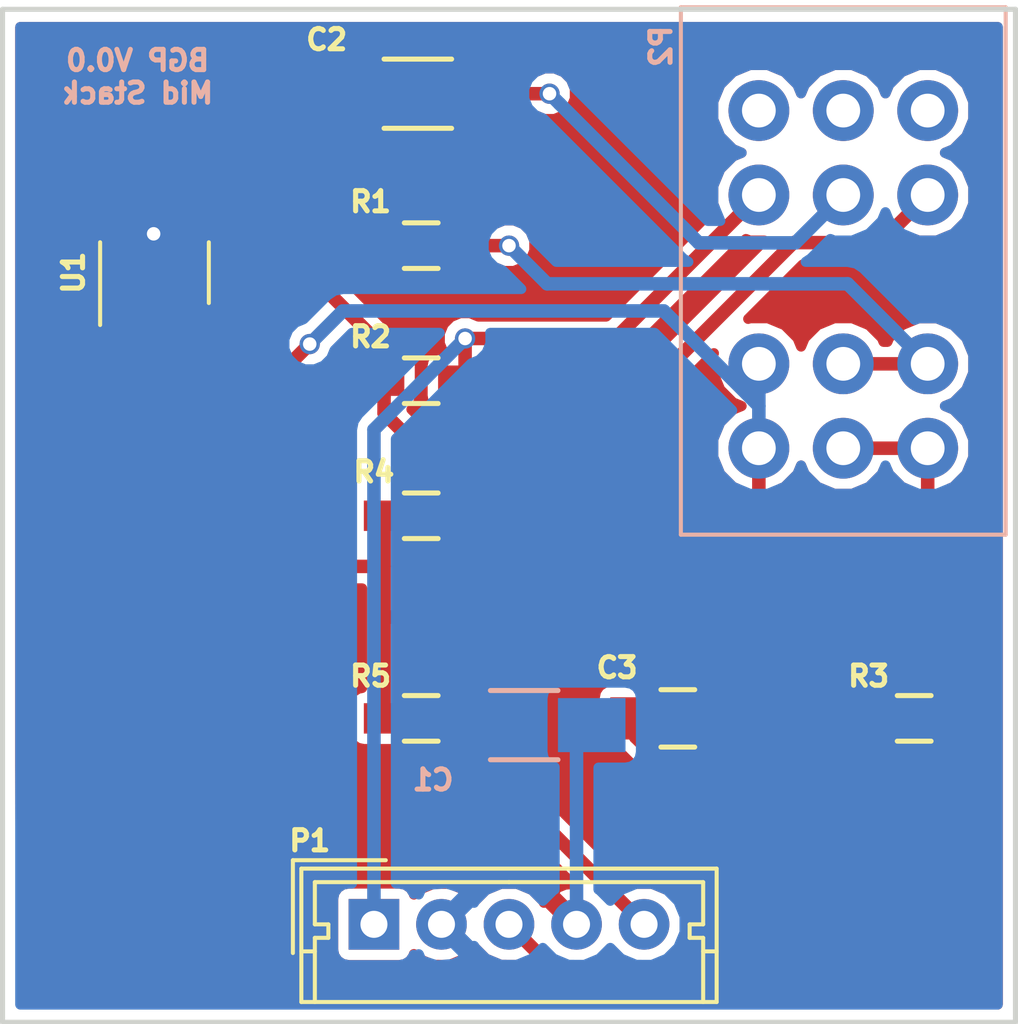
<source format=kicad_pcb>
(kicad_pcb (version 4) (host pcbnew 4.0.4-1.fc24-product)

  (general
    (links 23)
    (no_connects 0)
    (area 143.924999 63.424999 174.225001 94.979999)
    (thickness 1.6)
    (drawings 9)
    (tracks 74)
    (zones 0)
    (modules 11)
    (nets 16)
  )

  (page A4)
  (layers
    (0 F.Cu signal)
    (31 B.Cu signal)
    (32 B.Adhes user)
    (33 F.Adhes user)
    (34 B.Paste user)
    (35 F.Paste user)
    (36 B.SilkS user)
    (37 F.SilkS user)
    (38 B.Mask user)
    (39 F.Mask user)
    (40 Dwgs.User user)
    (41 Cmts.User user)
    (42 Eco1.User user)
    (43 Eco2.User user)
    (44 Edge.Cuts user)
    (45 Margin user)
    (46 B.CrtYd user)
    (47 F.CrtYd user)
    (48 B.Fab user)
    (49 F.Fab user)
  )

  (setup
    (last_trace_width 0.4)
    (trace_clearance 0.3)
    (zone_clearance 0.3)
    (zone_45_only no)
    (trace_min 0.3)
    (segment_width 0.2)
    (edge_width 0.15)
    (via_size 0.6)
    (via_drill 0.4)
    (via_min_size 0.4)
    (via_min_drill 0.3)
    (uvia_size 0.3)
    (uvia_drill 0.1)
    (uvias_allowed no)
    (uvia_min_size 0.2)
    (uvia_min_drill 0.1)
    (pcb_text_width 0.3)
    (pcb_text_size 1.5 1.5)
    (mod_edge_width 0.15)
    (mod_text_size 0.6 0.6)
    (mod_text_width 0.15)
    (pad_size 1.524 1.524)
    (pad_drill 0.762)
    (pad_to_mask_clearance 0.2)
    (aux_axis_origin 0 0)
    (visible_elements 7FFFFFFF)
    (pcbplotparams
      (layerselection 0x010f0_80000001)
      (usegerberextensions true)
      (usegerberattributes true)
      (excludeedgelayer true)
      (linewidth 0.100000)
      (plotframeref false)
      (viasonmask false)
      (mode 1)
      (useauxorigin false)
      (hpglpennumber 1)
      (hpglpenspeed 20)
      (hpglpendiameter 15)
      (hpglpenoverlay 2)
      (psnegative false)
      (psa4output false)
      (plotreference true)
      (plotvalue true)
      (plotinvisibletext false)
      (padsonsilk false)
      (subtractmaskfromsilk false)
      (outputformat 1)
      (mirror false)
      (drillshape 0)
      (scaleselection 1)
      (outputdirectory ../../GERBER/MID_0/))
  )

  (net 0 "")
  (net 1 /V+)
  (net 2 Earth)
  (net 3 "Net-(C2-Pad2)")
  (net 4 /IN)
  (net 5 /OUT)
  (net 6 /V-)
  (net 7 /VOL2)
  (net 8 /F1_1)
  (net 9 /VOL3)
  (net 10 /F1_2)
  (net 11 /F2_2)
  (net 12 "Net-(R2-Pad2)")
  (net 13 "Net-(P2-Pad1)")
  (net 14 "Net-(P2-Pad2)")
  (net 15 "Net-(P2-Pad3)")

  (net_class Default "This is the default net class."
    (clearance 0.3)
    (trace_width 0.4)
    (via_dia 0.6)
    (via_drill 0.4)
    (uvia_dia 0.3)
    (uvia_drill 0.1)
    (add_net /F1_1)
    (add_net /F1_2)
    (add_net /F2_2)
    (add_net /IN)
    (add_net /OUT)
    (add_net /V+)
    (add_net /V-)
    (add_net /VOL2)
    (add_net /VOL3)
    (add_net Earth)
    (add_net "Net-(C2-Pad2)")
    (add_net "Net-(P2-Pad1)")
    (add_net "Net-(P2-Pad2)")
    (add_net "Net-(P2-Pad3)")
    (add_net "Net-(R2-Pad2)")
  )

  (net_class PWR ""
    (clearance 0.3)
    (trace_width 0.6)
    (via_dia 0.6)
    (via_drill 0.4)
    (uvia_dia 0.3)
    (uvia_drill 0.1)
  )

  (module Capacitors_SMD:C_1206_HandSoldering (layer F.Cu) (tedit 541A9C03) (tstamp 5A4C563B)
    (at 156.3 66.5 180)
    (descr "Capacitor SMD 1206, hand soldering")
    (tags "capacitor 1206")
    (path /5A4C54B9)
    (attr smd)
    (fp_text reference C2 (at 2.7 1.6 180) (layer F.SilkS)
      (effects (font (size 0.6 0.6) (thickness 0.15)))
    )
    (fp_text value 15n (at -2.4 -1.8 180) (layer F.Fab)
      (effects (font (size 0.6 0.6) (thickness 0.15)))
    )
    (fp_line (start -3.3 -1.15) (end 3.3 -1.15) (layer F.CrtYd) (width 0.05))
    (fp_line (start -3.3 1.15) (end 3.3 1.15) (layer F.CrtYd) (width 0.05))
    (fp_line (start -3.3 -1.15) (end -3.3 1.15) (layer F.CrtYd) (width 0.05))
    (fp_line (start 3.3 -1.15) (end 3.3 1.15) (layer F.CrtYd) (width 0.05))
    (fp_line (start 1 -1.025) (end -1 -1.025) (layer F.SilkS) (width 0.15))
    (fp_line (start -1 1.025) (end 1 1.025) (layer F.SilkS) (width 0.15))
    (pad 1 smd rect (at -2 0 180) (size 2 1.6) (layers F.Cu F.Paste F.Mask)
      (net 7 /VOL2))
    (pad 2 smd rect (at 2 0 180) (size 2 1.6) (layers F.Cu F.Paste F.Mask)
      (net 3 "Net-(C2-Pad2)"))
    (model Capacitors_SMD.3dshapes/C_1206_HandSoldering.wrl
      (at (xyz 0 0 0))
      (scale (xyz 1 1 1))
      (rotate (xyz 0 0 0))
    )
  )

  (module Capacitors_SMD:C_0805_HandSoldering (layer F.Cu) (tedit 541A9B8D) (tstamp 5A4C5641)
    (at 164 85 180)
    (descr "Capacitor SMD 0805, hand soldering")
    (tags "capacitor 0805")
    (path /5A4C5BAB)
    (attr smd)
    (fp_text reference C3 (at 1.8 1.5 180) (layer F.SilkS)
      (effects (font (size 0.6 0.6) (thickness 0.15)))
    )
    (fp_text value 6.8n (at -1.45 -1.5 180) (layer F.Fab)
      (effects (font (size 0.6 0.6) (thickness 0.15)))
    )
    (fp_line (start -2.3 -1) (end 2.3 -1) (layer F.CrtYd) (width 0.05))
    (fp_line (start -2.3 1) (end 2.3 1) (layer F.CrtYd) (width 0.05))
    (fp_line (start -2.3 -1) (end -2.3 1) (layer F.CrtYd) (width 0.05))
    (fp_line (start 2.3 -1) (end 2.3 1) (layer F.CrtYd) (width 0.05))
    (fp_line (start 0.5 -0.85) (end -0.5 -0.85) (layer F.SilkS) (width 0.15))
    (fp_line (start -0.5 0.85) (end 0.5 0.85) (layer F.SilkS) (width 0.15))
    (pad 1 smd rect (at -1.25 0 180) (size 1.5 1.25) (layers F.Cu F.Paste F.Mask)
      (net 8 /F1_1))
    (pad 2 smd rect (at 1.25 0 180) (size 1.5 1.25) (layers F.Cu F.Paste F.Mask)
      (net 2 Earth))
    (model Capacitors_SMD.3dshapes/C_0805_HandSoldering.wrl
      (at (xyz 0 0 0))
      (scale (xyz 1 1 1))
      (rotate (xyz 0 0 0))
    )
  )

  (module Resistors_SMD:R_0603_HandSoldering (layer F.Cu) (tedit 5A4C5C2B) (tstamp 5A4C5654)
    (at 156.4 71)
    (descr "Resistor SMD 0603, hand soldering")
    (tags "resistor 0603")
    (path /5A4C5562)
    (attr smd)
    (fp_text reference R1 (at -1.5 -1.3) (layer F.SilkS)
      (effects (font (size 0.6 0.6) (thickness 0.15)))
    )
    (fp_text value 6.8k (at 1.2 1.3) (layer F.Fab)
      (effects (font (size 0.6 0.6) (thickness 0.15)))
    )
    (fp_line (start -2 -0.8) (end 2 -0.8) (layer F.CrtYd) (width 0.05))
    (fp_line (start -2 0.8) (end 2 0.8) (layer F.CrtYd) (width 0.05))
    (fp_line (start -2 -0.8) (end -2 0.8) (layer F.CrtYd) (width 0.05))
    (fp_line (start 2 -0.8) (end 2 0.8) (layer F.CrtYd) (width 0.05))
    (fp_line (start 0.5 0.675) (end -0.5 0.675) (layer F.SilkS) (width 0.15))
    (fp_line (start -0.5 -0.675) (end 0.5 -0.675) (layer F.SilkS) (width 0.15))
    (pad 1 smd rect (at -1.1 0) (size 1.2 0.9) (layers F.Cu F.Paste F.Mask)
      (net 3 "Net-(C2-Pad2)"))
    (pad 2 smd rect (at 1.1 0) (size 1.2 0.9) (layers F.Cu F.Paste F.Mask)
      (net 10 /F1_2))
    (model Resistors_SMD.3dshapes/R_0603_HandSoldering.wrl
      (at (xyz 0 0 0))
      (scale (xyz 1 1 1))
      (rotate (xyz 0 0 0))
    )
  )

  (module Resistors_SMD:R_0603_HandSoldering (layer F.Cu) (tedit 5A4C5C35) (tstamp 5A4C565A)
    (at 156.4 75 180)
    (descr "Resistor SMD 0603, hand soldering")
    (tags "resistor 0603")
    (path /5A4C5D1C)
    (attr smd)
    (fp_text reference R2 (at 1.5 1.3 180) (layer F.SilkS)
      (effects (font (size 0.6 0.6) (thickness 0.15)))
    )
    (fp_text value 22k (at -1.3 -1.3 180) (layer F.Fab)
      (effects (font (size 0.6 0.6) (thickness 0.15)))
    )
    (fp_line (start -2 -0.8) (end 2 -0.8) (layer F.CrtYd) (width 0.05))
    (fp_line (start -2 0.8) (end 2 0.8) (layer F.CrtYd) (width 0.05))
    (fp_line (start -2 -0.8) (end -2 0.8) (layer F.CrtYd) (width 0.05))
    (fp_line (start 2 -0.8) (end 2 0.8) (layer F.CrtYd) (width 0.05))
    (fp_line (start 0.5 0.675) (end -0.5 0.675) (layer F.SilkS) (width 0.15))
    (fp_line (start -0.5 -0.675) (end 0.5 -0.675) (layer F.SilkS) (width 0.15))
    (pad 1 smd rect (at -1.1 0 180) (size 1.2 0.9) (layers F.Cu F.Paste F.Mask)
      (net 4 /IN))
    (pad 2 smd rect (at 1.1 0 180) (size 1.2 0.9) (layers F.Cu F.Paste F.Mask)
      (net 12 "Net-(R2-Pad2)"))
    (model Resistors_SMD.3dshapes/R_0603_HandSoldering.wrl
      (at (xyz 0 0 0))
      (scale (xyz 1 1 1))
      (rotate (xyz 0 0 0))
    )
  )

  (module Resistors_SMD:R_0603_HandSoldering (layer F.Cu) (tedit 5418A00F) (tstamp 5A4C5660)
    (at 171 85 180)
    (descr "Resistor SMD 0603, hand soldering")
    (tags "resistor 0603")
    (path /5A4C5B1B)
    (attr smd)
    (fp_text reference R3 (at 1.35 1.25 180) (layer F.SilkS)
      (effects (font (size 0.6 0.6) (thickness 0.15)))
    )
    (fp_text value 6.8k (at -1.15 -1.5 180) (layer F.Fab)
      (effects (font (size 0.6 0.6) (thickness 0.15)))
    )
    (fp_line (start -2 -0.8) (end 2 -0.8) (layer F.CrtYd) (width 0.05))
    (fp_line (start -2 0.8) (end 2 0.8) (layer F.CrtYd) (width 0.05))
    (fp_line (start -2 -0.8) (end -2 0.8) (layer F.CrtYd) (width 0.05))
    (fp_line (start 2 -0.8) (end 2 0.8) (layer F.CrtYd) (width 0.05))
    (fp_line (start 0.5 0.675) (end -0.5 0.675) (layer F.SilkS) (width 0.15))
    (fp_line (start -0.5 -0.675) (end 0.5 -0.675) (layer F.SilkS) (width 0.15))
    (pad 1 smd rect (at -1.1 0 180) (size 1.2 0.9) (layers F.Cu F.Paste F.Mask)
      (net 11 /F2_2))
    (pad 2 smd rect (at 1.1 0 180) (size 1.2 0.9) (layers F.Cu F.Paste F.Mask)
      (net 2 Earth))
    (model Resistors_SMD.3dshapes/R_0603_HandSoldering.wrl
      (at (xyz 0 0 0))
      (scale (xyz 1 1 1))
      (rotate (xyz 0 0 0))
    )
  )

  (module Resistors_SMD:R_0603_HandSoldering (layer F.Cu) (tedit 5418A00F) (tstamp 5A4C5666)
    (at 156.4 79 180)
    (descr "Resistor SMD 0603, hand soldering")
    (tags "resistor 0603")
    (path /5A4C5D84)
    (attr smd)
    (fp_text reference R4 (at 1.4 1.3 180) (layer F.SilkS)
      (effects (font (size 0.6 0.6) (thickness 0.15)))
    )
    (fp_text value 22k (at -1.3 -1.4 180) (layer F.Fab)
      (effects (font (size 0.6 0.6) (thickness 0.15)))
    )
    (fp_line (start -2 -0.8) (end 2 -0.8) (layer F.CrtYd) (width 0.05))
    (fp_line (start -2 0.8) (end 2 0.8) (layer F.CrtYd) (width 0.05))
    (fp_line (start -2 -0.8) (end -2 0.8) (layer F.CrtYd) (width 0.05))
    (fp_line (start 2 -0.8) (end 2 0.8) (layer F.CrtYd) (width 0.05))
    (fp_line (start 0.5 0.675) (end -0.5 0.675) (layer F.SilkS) (width 0.15))
    (fp_line (start -0.5 -0.675) (end 0.5 -0.675) (layer F.SilkS) (width 0.15))
    (pad 1 smd rect (at -1.1 0 180) (size 1.2 0.9) (layers F.Cu F.Paste F.Mask)
      (net 12 "Net-(R2-Pad2)"))
    (pad 2 smd rect (at 1.1 0 180) (size 1.2 0.9) (layers F.Cu F.Paste F.Mask)
      (net 9 /VOL3))
    (model Resistors_SMD.3dshapes/R_0603_HandSoldering.wrl
      (at (xyz 0 0 0))
      (scale (xyz 1 1 1))
      (rotate (xyz 0 0 0))
    )
  )

  (module Resistors_SMD:R_0603_HandSoldering (layer F.Cu) (tedit 5418A00F) (tstamp 5A4C566C)
    (at 156.4 85)
    (descr "Resistor SMD 0603, hand soldering")
    (tags "resistor 0603")
    (path /5A4C6009)
    (attr smd)
    (fp_text reference R5 (at -1.5 -1.25) (layer F.SilkS)
      (effects (font (size 0.6 0.6) (thickness 0.15)))
    )
    (fp_text value 100 (at 1.25 1.25) (layer F.Fab)
      (effects (font (size 0.6 0.6) (thickness 0.15)))
    )
    (fp_line (start -2 -0.8) (end 2 -0.8) (layer F.CrtYd) (width 0.05))
    (fp_line (start -2 0.8) (end 2 0.8) (layer F.CrtYd) (width 0.05))
    (fp_line (start -2 -0.8) (end -2 0.8) (layer F.CrtYd) (width 0.05))
    (fp_line (start 2 -0.8) (end 2 0.8) (layer F.CrtYd) (width 0.05))
    (fp_line (start 0.5 0.675) (end -0.5 0.675) (layer F.SilkS) (width 0.15))
    (fp_line (start -0.5 -0.675) (end 0.5 -0.675) (layer F.SilkS) (width 0.15))
    (pad 1 smd rect (at -1.1 0) (size 1.2 0.9) (layers F.Cu F.Paste F.Mask)
      (net 9 /VOL3))
    (pad 2 smd rect (at 1.1 0) (size 1.2 0.9) (layers F.Cu F.Paste F.Mask)
      (net 5 /OUT))
    (model Resistors_SMD.3dshapes/R_0603_HandSoldering.wrl
      (at (xyz 0 0 0))
      (scale (xyz 1 1 1))
      (rotate (xyz 0 0 0))
    )
  )

  (module TO_SOT_Packages_SMD:SOT-23-5_HandSoldering (layer F.Cu) (tedit 5A5695DC) (tstamp 5A5695E4)
    (at 148.5 71.8 90)
    (descr "5-pin SOT23 package")
    (tags "SOT-23-5 hand-soldering")
    (path /5A4C5A33)
    (attr smd)
    (fp_text reference U1 (at 0 -2.4 90) (layer F.SilkS)
      (effects (font (size 0.6 0.6) (thickness 0.15)))
    )
    (fp_text value OPA170 (at 0 2.9 90) (layer F.Fab) hide
      (effects (font (size 0.6 0.6) (thickness 0.15)))
    )
    (fp_text user %R (at 0 0 180) (layer F.Fab)
      (effects (font (size 0.6 0.6) (thickness 0.15)))
    )
    (fp_line (start -0.9 1.61) (end 0.9 1.61) (layer F.SilkS) (width 0.12))
    (fp_line (start 0.9 -1.61) (end -1.55 -1.61) (layer F.SilkS) (width 0.12))
    (fp_line (start -0.9 -0.9) (end -0.25 -1.55) (layer F.Fab) (width 0.1))
    (fp_line (start 0.9 -1.55) (end -0.25 -1.55) (layer F.Fab) (width 0.1))
    (fp_line (start -0.9 -0.9) (end -0.9 1.55) (layer F.Fab) (width 0.1))
    (fp_line (start 0.9 1.55) (end -0.9 1.55) (layer F.Fab) (width 0.1))
    (fp_line (start 0.9 -1.55) (end 0.9 1.55) (layer F.Fab) (width 0.1))
    (fp_line (start -2.38 -1.8) (end 2.38 -1.8) (layer F.CrtYd) (width 0.05))
    (fp_line (start -2.38 -1.8) (end -2.38 1.8) (layer F.CrtYd) (width 0.05))
    (fp_line (start 2.38 1.8) (end 2.38 -1.8) (layer F.CrtYd) (width 0.05))
    (fp_line (start 2.38 1.8) (end -2.38 1.8) (layer F.CrtYd) (width 0.05))
    (pad 1 smd rect (at -1.35 -0.95 90) (size 1.56 0.65) (layers F.Cu F.Paste F.Mask)
      (net 9 /VOL3))
    (pad 2 smd rect (at -1.35 0 90) (size 1.56 0.65) (layers F.Cu F.Paste F.Mask)
      (net 6 /V-))
    (pad 3 smd rect (at -1.35 0.95 90) (size 1.56 0.65) (layers F.Cu F.Paste F.Mask)
      (net 8 /F1_1))
    (pad 4 smd rect (at 1.35 0.95 90) (size 1.56 0.65) (layers F.Cu F.Paste F.Mask)
      (net 12 "Net-(R2-Pad2)"))
    (pad 5 smd rect (at 1.35 -0.95 90) (size 1.56 0.65) (layers F.Cu F.Paste F.Mask)
      (net 1 /V+))
    (model ${KISYS3DMOD}/TO_SOT_Packages_SMD.3dshapes\SOT-23-5.wrl
      (at (xyz 0 0 0))
      (scale (xyz 1 1 1))
      (rotate (xyz 0 0 0))
    )
  )

  (module Connectors_Molex:Molex_MicroLatch-53253-0570_05x2.00mm_Straight (layer F.Cu) (tedit 5A573A4A) (tstamp 5A573A40)
    (at 155 91.1)
    (descr "Molex Micro-Latch connector, PN:53253-0570, top entry type, through hole")
    (tags "conn molex micro latch")
    (path /5A573A2B)
    (fp_text reference P1 (at -1.9 -2.475001) (layer F.SilkS)
      (effects (font (size 0.6 0.6) (thickness 0.15)))
    )
    (fp_text value Conn_01x05 (at 3.9 3.024999) (layer F.Fab) hide
      (effects (font (size 0.6 0.6) (thickness 0.15)))
    )
    (fp_line (start -2 -1.5) (end -2 2.15) (layer F.Fab) (width 0.1))
    (fp_line (start -2 2.15) (end 10 2.15) (layer F.Fab) (width 0.1))
    (fp_line (start 10 2.15) (end 10 -1.5) (layer F.Fab) (width 0.1))
    (fp_line (start 10 -1.5) (end -2 -1.5) (layer F.Fab) (width 0.1))
    (fp_line (start -2.6 -2.1) (end -2.6 2.75) (layer F.CrtYd) (width 0.05))
    (fp_line (start -2.6 2.75) (end 10.65 2.75) (layer F.CrtYd) (width 0.05))
    (fp_line (start 10.65 2.75) (end 10.65 -2.1) (layer F.CrtYd) (width 0.05))
    (fp_line (start 10.65 -2.1) (end -2.6 -2.1) (layer F.CrtYd) (width 0.05))
    (fp_line (start -2.15 -1.65) (end -2.15 2.3) (layer F.SilkS) (width 0.12))
    (fp_line (start -2.15 2.3) (end 10.15 2.3) (layer F.SilkS) (width 0.12))
    (fp_line (start 10.15 2.3) (end 10.15 -1.65) (layer F.SilkS) (width 0.12))
    (fp_line (start 10.15 -1.65) (end -2.15 -1.65) (layer F.SilkS) (width 0.12))
    (fp_line (start 0.35 -1.9) (end -2.4 -1.9) (layer F.SilkS) (width 0.12))
    (fp_line (start -2.4 -1.9) (end -2.4 0.85) (layer F.SilkS) (width 0.12))
    (fp_line (start 0.35 -1.9) (end -2.4 -1.9) (layer F.Fab) (width 0.1))
    (fp_line (start -2.4 -1.9) (end -2.4 0.85) (layer F.Fab) (width 0.1))
    (fp_line (start -2.15 0.8) (end -1.75 0.8) (layer F.SilkS) (width 0.12))
    (fp_line (start 10.15 0.8) (end 9.75 0.8) (layer F.SilkS) (width 0.12))
    (fp_line (start 4 -1.25) (end -1.75 -1.25) (layer F.SilkS) (width 0.12))
    (fp_line (start -1.75 -1.25) (end -1.75 0) (layer F.SilkS) (width 0.12))
    (fp_line (start -1.75 0) (end -1.35 0) (layer F.SilkS) (width 0.12))
    (fp_line (start -1.35 0) (end -1.35 0.4) (layer F.SilkS) (width 0.12))
    (fp_line (start -1.35 0.4) (end -1.75 0.4) (layer F.SilkS) (width 0.12))
    (fp_line (start -1.75 0.4) (end -1.75 2.3) (layer F.SilkS) (width 0.12))
    (fp_line (start 4 -1.25) (end 9.75 -1.25) (layer F.SilkS) (width 0.12))
    (fp_line (start 9.75 -1.25) (end 9.75 0) (layer F.SilkS) (width 0.12))
    (fp_line (start 9.75 0) (end 9.35 0) (layer F.SilkS) (width 0.12))
    (fp_line (start 9.35 0) (end 9.35 0.4) (layer F.SilkS) (width 0.12))
    (fp_line (start 9.35 0.4) (end 9.75 0.4) (layer F.SilkS) (width 0.12))
    (fp_line (start 9.75 0.4) (end 9.75 2.3) (layer F.SilkS) (width 0.12))
    (fp_text user %R (at 4 1.5) (layer F.Fab) hide
      (effects (font (size 0.6 0.6) (thickness 0.15)))
    )
    (pad 1 thru_hole rect (at 0 0) (size 1.5 1.5) (drill 0.8) (layers *.Cu *.Mask)
      (net 4 /IN))
    (pad 2 thru_hole circle (at 2 0) (size 1.5 1.5) (drill 0.8) (layers *.Cu *.Mask)
      (net 6 /V-))
    (pad 3 thru_hole circle (at 4 0) (size 1.5 1.5) (drill 0.8) (layers *.Cu *.Mask)
      (net 2 Earth))
    (pad 4 thru_hole circle (at 6 0) (size 1.5 1.5) (drill 0.8) (layers *.Cu *.Mask)
      (net 1 /V+))
    (pad 5 thru_hole circle (at 8 0) (size 1.5 1.5) (drill 0.8) (layers *.Cu *.Mask)
      (net 5 /OUT))
    (model ${KISYS3DMOD}/Connectors_Molex.3dshapes/Molex_MicroLatch-53253-0570_05x2.00mm_Straight.wrl
      (at (xyz 0 0 0))
      (scale (xyz 1 1 1))
      (rotate (xyz 0 0 0))
    )
  )

  (module LIBS:Potentiometer_Alps_RK097_Quad_Vertical_Dual_Shaft (layer B.Cu) (tedit 5A5803E1) (tstamp 5A58045A)
    (at 166.4 67 90)
    (descr "Potentiometer, vertically mounted, Omeg PC16PU, Omeg PC16PU, Omeg PC16PU, Vishay/Spectrol 248GJ/249GJ Single, Vishay/Spectrol 248GJ/249GJ Single, Vishay/Spectrol 248GJ/249GJ Single, Vishay/Spectrol 248GH/249GH Single, Vishay/Spectrol 148/149 Single, Vishay/Spectrol 148/149 Single, Vishay/Spectrol 148/149 Single, Vishay/Spectrol 148A/149A Single with mounting plates, Vishay/Spectrol 148/149 Double, Vishay/Spectrol 148A/149A Double with mounting plates, Piher PC-16 Single, Piher PC-16 Single, Piher PC-16 Single, Piher PC-16SV Single, Piher PC-16 Double, Piher PC-16 Triple, Piher T16H Single, Piher T16L Single, Piher T16H Double, Alps RK163 Single, Alps RK163 Double, Alps RK097 Single, Alps RK097 Double, http://www.alps.com/prod/info/E/HTML/Potentiometer/RotaryPotentiometers/RK097/RK09712100AV.html")
    (tags "Potentiometer vertical  Omeg PC16PU  Omeg PC16PU  Omeg PC16PU  Vishay/Spectrol 248GJ/249GJ Single  Vishay/Spectrol 248GJ/249GJ Single  Vishay/Spectrol 248GJ/249GJ Single  Vishay/Spectrol 248GH/249GH Single  Vishay/Spectrol 148/149 Single  Vishay/Spectrol 148/149 Single  Vishay/Spectrol 148/149 Single  Vishay/Spectrol 148A/149A Single with mounting plates  Vishay/Spectrol 148/149 Double  Vishay/Spectrol 148A/149A Double with mounting plates  Piher PC-16 Single  Piher PC-16 Single  Piher PC-16 Single  Piher PC-16SV Single  Piher PC-16 Double  Piher PC-16 Triple  Piher T16H Single  Piher T16L Single  Piher T16H Double  Alps RK163 Single  Alps RK163 Double  Alps RK097 Single  Alps RK097 Double Dual Shaft")
    (path /5A5803F1)
    (fp_text reference P2 (at 1.9 -2.9 90) (layer B.SilkS)
      (effects (font (size 0.6 0.6) (thickness 0.15)) (justify mirror))
    )
    (fp_text value CONN_01X12 (at 0 -3.5 90) (layer B.Fab) hide
      (effects (font (size 0.6 0.6) (thickness 0.15)) (justify mirror))
    )
    (fp_line (start -12.5 7.25) (end -12.5 -2.25) (layer B.Fab) (width 0.1))
    (fp_line (start -12.5 -2.25) (end 3 -2.25) (layer B.Fab) (width 0.1))
    (fp_line (start 3 -2.25) (end 3 7.25) (layer B.Fab) (width 0.1))
    (fp_line (start 3 7.25) (end -12.5 7.25) (layer B.Fab) (width 0.1))
    (fp_line (start -12.56 7.31) (end 3.06 7.31) (layer B.SilkS) (width 0.12))
    (fp_line (start -12.56 -2.31) (end 3.06 -2.31) (layer B.SilkS) (width 0.12))
    (fp_line (start -12.56 7.31) (end -12.56 -2.31) (layer B.SilkS) (width 0.12))
    (fp_line (start 3.06 7.31) (end 3.06 -2.31) (layer B.SilkS) (width 0.12))
    (fp_line (start -12.9 7.5) (end -12.9 -2.5) (layer B.CrtYd) (width 0.05))
    (fp_line (start -12.9 -2.5) (end 3.25 -2.5) (layer B.CrtYd) (width 0.05))
    (fp_line (start 3.25 -2.5) (end 3.25 7.5) (layer B.CrtYd) (width 0.05))
    (fp_line (start 3.25 7.5) (end -12.9 7.5) (layer B.CrtYd) (width 0.05))
    (pad 12 thru_hole circle (at -10 5 90) (size 1.8 1.8) (drill 1) (layers *.Cu *.Mask)
      (net 11 /F2_2))
    (pad 11 thru_hole circle (at -10 2.5 90) (size 1.8 1.8) (drill 1) (layers *.Cu *.Mask)
      (net 11 /F2_2))
    (pad 10 thru_hole circle (at -10 0 90) (size 1.8 1.8) (drill 1) (layers *.Cu *.Mask)
      (net 8 /F1_1))
    (pad 1 thru_hole circle (at 0 0 90) (size 1.8 1.8) (drill 1) (layers *.Cu *.Mask)
      (net 13 "Net-(P2-Pad1)"))
    (pad 2 thru_hole circle (at 0 2.5 90) (size 1.8 1.8) (drill 1) (layers *.Cu *.Mask)
      (net 14 "Net-(P2-Pad2)"))
    (pad 3 thru_hole circle (at 0 5 90) (size 1.8 1.8) (drill 1) (layers *.Cu *.Mask)
      (net 15 "Net-(P2-Pad3)"))
    (pad 4 thru_hole circle (at -2.5 0 90) (size 1.8 1.8) (drill 1) (layers *.Cu *.Mask)
      (net 4 /IN))
    (pad 5 thru_hole circle (at -2.5 2.5 90) (size 1.8 1.8) (drill 1) (layers *.Cu *.Mask)
      (net 7 /VOL2))
    (pad 6 thru_hole circle (at -2.5 5 90) (size 1.8 1.8) (drill 1) (layers *.Cu *.Mask)
      (net 9 /VOL3))
    (pad 7 thru_hole circle (at -7.5 0 90) (size 1.8 1.8) (drill 1) (layers *.Cu *.Mask)
      (net 8 /F1_1))
    (pad 8 thru_hole circle (at -7.5 2.5 90) (size 1.8 1.8) (drill 1) (layers *.Cu *.Mask)
      (net 10 /F1_2))
    (pad 9 thru_hole circle (at -7.5 5 90) (size 1.8 1.8) (drill 1) (layers *.Cu *.Mask)
      (net 10 /F1_2))
    (model Potentiometers.3dshapes/Potentiometer_Alps_RK097_Double_Vertical.wrl
      (at (xyz 0 0 0))
      (scale (xyz 0.393701 0.393701 0.393701))
      (rotate (xyz 0 0 0))
    )
  )

  (module Capacitors_SMD:C_1206_HandSoldering (layer B.Cu) (tedit 5A5845DC) (tstamp 5A58461B)
    (at 159.45 85.2 180)
    (descr "Capacitor SMD 1206, hand soldering")
    (tags "capacitor 1206")
    (path /5A28B7C0)
    (attr smd)
    (fp_text reference C1 (at 2.7 -1.625001 180) (layer B.SilkS)
      (effects (font (size 0.6 0.6) (thickness 0.15)) (justify mirror))
    )
    (fp_text value 22u (at 0 -2.3 180) (layer B.Fab) hide
      (effects (font (size 0.6 0.6) (thickness 0.15)) (justify mirror))
    )
    (fp_line (start -3.3 1.15) (end 3.3 1.15) (layer B.CrtYd) (width 0.05))
    (fp_line (start -3.3 -1.15) (end 3.3 -1.15) (layer B.CrtYd) (width 0.05))
    (fp_line (start -3.3 1.15) (end -3.3 -1.15) (layer B.CrtYd) (width 0.05))
    (fp_line (start 3.3 1.15) (end 3.3 -1.15) (layer B.CrtYd) (width 0.05))
    (fp_line (start 1 1.025) (end -1 1.025) (layer B.SilkS) (width 0.15))
    (fp_line (start -1 -1.025) (end 1 -1.025) (layer B.SilkS) (width 0.15))
    (pad 1 smd rect (at -2 0 180) (size 2 1.6) (layers B.Cu B.Paste B.Mask)
      (net 1 /V+))
    (pad 2 smd rect (at 2 0 180) (size 2 1.6) (layers B.Cu B.Paste B.Mask)
      (net 6 /V-))
    (model Capacitors_SMD.3dshapes/C_1206_HandSoldering.wrl
      (at (xyz 0 0 0))
      (scale (xyz 1 1 1))
      (rotate (xyz 0 0 0))
    )
  )

  (gr_text "BGP V0.0\nMid Stack\n" (at 148 66) (layer B.SilkS)
    (effects (font (size 0.6 0.6) (thickness 0.15)) (justify mirror))
  )
  (gr_line (start 173.7 93.7) (end 173.7 64.3) (angle 90) (layer Margin) (width 0.2))
  (gr_line (start 144.3 93.7) (end 173.7 93.7) (angle 90) (layer Margin) (width 0.2))
  (gr_line (start 144.3 64.3) (end 144.3 93.7) (angle 90) (layer Margin) (width 0.2))
  (gr_line (start 173.7 64.3) (end 144.3 64.3) (angle 90) (layer Margin) (width 0.2))
  (gr_line (start 174 94) (end 174 64) (angle 90) (layer Edge.Cuts) (width 0.15))
  (gr_line (start 144 94) (end 174 94) (angle 90) (layer Edge.Cuts) (width 0.15))
  (gr_line (start 144 64) (end 144 94) (angle 90) (layer Edge.Cuts) (width 0.15))
  (gr_line (start 174 64) (end 144 64) (angle 90) (layer Edge.Cuts) (width 0.15))

  (segment (start 161 85.65) (end 161.45 85.2) (width 0.4) (layer B.Cu) (net 1))
  (segment (start 161 91.1) (end 161 85.65) (width 0.4) (layer B.Cu) (net 1))
  (segment (start 160.28 92.3798) (end 159 91.1) (width 0.4) (layer F.Cu) (net 2))
  (segment (start 163.515 92.3798) (end 160.28 92.3798) (width 0.4) (layer F.Cu) (net 2))
  (segment (start 164.292 91.6023) (end 163.515 92.3798) (width 0.4) (layer F.Cu) (net 2))
  (segment (start 164.292 86.1353) (end 164.292 91.6023) (width 0.4) (layer F.Cu) (net 2))
  (segment (start 169.365 86.1353) (end 164.292 86.1353) (width 0.4) (layer F.Cu) (net 2))
  (segment (start 169.9 85.6) (end 169.365 86.1353) (width 0.4) (layer F.Cu) (net 2))
  (segment (start 169.9 85) (end 169.9 85.6) (width 0.4) (layer F.Cu) (net 2))
  (segment (start 162.75 85.55) (end 162.75 85) (width 0.4) (layer F.Cu) (net 2))
  (segment (start 163.335 86.1353) (end 162.75 85.55) (width 0.4) (layer F.Cu) (net 2))
  (segment (start 164.292 86.1353) (end 163.335 86.1353) (width 0.4) (layer F.Cu) (net 2))
  (segment (start 155.15 71) (end 155.3 71) (width 0.4) (layer F.Cu) (net 3))
  (segment (start 154.3 70.15) (end 155.15 71) (width 0.4) (layer F.Cu) (net 3))
  (segment (start 154.3 66.5) (end 154.3 70.15) (width 0.4) (layer F.Cu) (net 3))
  (via (at 157.7 73.75) (size 0.6) (layers F.Cu B.Cu) (net 4))
  (segment (start 157.7 74.8) (end 157.5 75) (width 0.4) (layer F.Cu) (net 4))
  (segment (start 157.7 73.75) (end 157.7 74.8) (width 0.4) (layer F.Cu) (net 4))
  (segment (start 155 76.45) (end 155 91.1) (width 0.4) (layer B.Cu) (net 4))
  (segment (start 157.7 73.75) (end 155 76.45) (width 0.4) (layer B.Cu) (net 4))
  (segment (start 162.15 73.75) (end 166.4 69.5) (width 0.4) (layer F.Cu) (net 4))
  (segment (start 157.7 73.75) (end 162.15 73.75) (width 0.4) (layer F.Cu) (net 4))
  (segment (start 157.86 85.9603) (end 163 91.1) (width 0.4) (layer F.Cu) (net 5))
  (segment (start 157.5 85.9603) (end 157.86 85.9603) (width 0.4) (layer F.Cu) (net 5))
  (segment (start 157.5 85) (end 157.5 85.9603) (width 0.4) (layer F.Cu) (net 5))
  (segment (start 148.5 70.674974) (end 148.475026 70.65) (width 0.4) (layer F.Cu) (net 6))
  (segment (start 148.5 73.15) (end 148.5 70.674974) (width 0.4) (layer F.Cu) (net 6))
  (via (at 148.475026 70.65) (size 0.6) (drill 0.4) (layers F.Cu B.Cu) (net 6))
  (via (at 160.2 66.5) (size 0.6) (layers F.Cu B.Cu) (net 7))
  (segment (start 160.5 66.8) (end 160.2 66.5) (width 0.4) (layer B.Cu) (net 7))
  (segment (start 164.618 70.9176) (end 160.5 66.8) (width 0.4) (layer B.Cu) (net 7))
  (segment (start 167.482 70.9176) (end 164.618 70.9176) (width 0.4) (layer B.Cu) (net 7))
  (segment (start 168.9 69.5) (end 167.482 70.9176) (width 0.4) (layer B.Cu) (net 7))
  (segment (start 158.3 66.5) (end 160.2 66.5) (width 0.4) (layer F.Cu) (net 7))
  (via (at 153.0978 73.9146) (size 0.6) (layers F.Cu B.Cu) (net 8))
  (segment (start 166.4 82.7147) (end 166.4 77) (width 0.4) (layer F.Cu) (net 8))
  (segment (start 165.25 83.8647) (end 166.4 82.7147) (width 0.4) (layer F.Cu) (net 8))
  (segment (start 165.25 85) (end 165.25 83.8647) (width 0.4) (layer F.Cu) (net 8))
  (segment (start 166.4 74.5) (end 166.4 75.75) (width 0.4) (layer B.Cu) (net 8))
  (segment (start 166.4 75.75) (end 166.4 77) (width 0.4) (layer B.Cu) (net 8))
  (segment (start 154.0786 72.9338) (end 153.0978 73.9146) (width 0.4) (layer B.Cu) (net 8))
  (segment (start 163.5838 72.9338) (end 154.0786 72.9338) (width 0.4) (layer B.Cu) (net 8))
  (segment (start 166.4 75.75) (end 163.5838 72.9338) (width 0.4) (layer B.Cu) (net 8))
  (segment (start 152.5721 74.4403) (end 149.45 74.4403) (width 0.4) (layer F.Cu) (net 8))
  (segment (start 153.0978 73.9146) (end 152.5721 74.4403) (width 0.4) (layer F.Cu) (net 8))
  (segment (start 149.45 73.15) (end 149.45 74.4403) (width 0.4) (layer F.Cu) (net 8))
  (segment (start 169.99 70.9104) (end 171.4 69.5) (width 0.4) (layer F.Cu) (net 9))
  (segment (start 167.424 70.9104) (end 169.99 70.9104) (width 0.4) (layer F.Cu) (net 9))
  (segment (start 156.334 82) (end 167.424 70.9104) (width 0.4) (layer F.Cu) (net 9))
  (segment (start 155.3 82) (end 156.334 82) (width 0.4) (layer F.Cu) (net 9))
  (segment (start 155.3 85) (end 155.3 82) (width 0.4) (layer F.Cu) (net 9))
  (segment (start 155.3 82) (end 155.3 80.5) (width 0.4) (layer F.Cu) (net 9))
  (segment (start 155.3 80.5) (end 155.3 79) (width 0.4) (layer F.Cu) (net 9))
  (segment (start 153.6097 80.5) (end 147.55 74.4403) (width 0.4) (layer F.Cu) (net 9))
  (segment (start 155.3 80.5) (end 153.6097 80.5) (width 0.4) (layer F.Cu) (net 9))
  (segment (start 147.55 73.15) (end 147.55 74.4403) (width 0.4) (layer F.Cu) (net 9))
  (via (at 159 71) (size 0.6) (layers F.Cu B.Cu) (net 10))
  (segment (start 159 71) (end 157.5 71) (width 0.4) (layer F.Cu) (net 10))
  (segment (start 160.13 72.1305) (end 159 71) (width 0.4) (layer B.Cu) (net 10))
  (segment (start 169.03 72.1305) (end 160.13 72.1305) (width 0.4) (layer B.Cu) (net 10))
  (segment (start 171.4 74.5) (end 169.03 72.1305) (width 0.4) (layer B.Cu) (net 10))
  (segment (start 171.4 74.5) (end 168.9 74.5) (width 0.4) (layer F.Cu) (net 10))
  (segment (start 168.9 77) (end 171.4 77) (width 0.4) (layer F.Cu) (net 11))
  (segment (start 171.4 83.3397) (end 171.4 77) (width 0.4) (layer F.Cu) (net 11))
  (segment (start 172.1 84.0397) (end 171.4 83.3397) (width 0.4) (layer F.Cu) (net 11))
  (segment (start 172.1 85) (end 172.1 84.0397) (width 0.4) (layer F.Cu) (net 11))
  (segment (start 155.3 75.9603) (end 155.3 75.4801) (width 0.4) (layer F.Cu) (net 12))
  (segment (start 157.5 78.1603) (end 155.3 75.9603) (width 0.4) (layer F.Cu) (net 12))
  (segment (start 157.5 79) (end 157.5 78.1603) (width 0.4) (layer F.Cu) (net 12))
  (segment (start 155.3 75.4801) (end 155.3 75) (width 0.4) (layer F.Cu) (net 12))
  (segment (start 149.45 70.45) (end 149.45 71.7403) (width 0.4) (layer F.Cu) (net 12))
  (segment (start 153.0006 71.7403) (end 149.45 71.7403) (width 0.4) (layer F.Cu) (net 12))
  (segment (start 155.3 74.0397) (end 153.0006 71.7403) (width 0.4) (layer F.Cu) (net 12))
  (segment (start 155.3 75) (end 155.3 74.0397) (width 0.4) (layer F.Cu) (net 12))

  (zone (net 6) (net_name /V-) (layer B.Cu) (tstamp 5A2973F8) (hatch edge 0.508)
    (connect_pads thru_hole_only (clearance 0.3))
    (min_thickness 0.3)
    (fill yes (arc_segments 16) (thermal_gap 0.3) (thermal_bridge_width 0.6))
    (polygon
      (pts
        (xy 173.7 93.7) (xy 144.3 93.7) (xy 144.3 64.3) (xy 173.7 64.3)
      )
    )
    (filled_polygon
      (pts
        (xy 173.475 93.475) (xy 144.525 93.475) (xy 144.525 74.06313) (xy 152.34767 74.06313) (xy 152.461611 74.338886)
        (xy 152.672405 74.550048) (xy 152.947961 74.664469) (xy 153.24633 74.66473) (xy 153.522086 74.550789) (xy 153.733248 74.339995)
        (xy 153.833801 74.097838) (xy 154.347839 73.5838) (xy 156.946961 73.5838) (xy 154.540381 75.990381) (xy 154.399478 76.201255)
        (xy 154.392908 76.234288) (xy 154.35 76.45) (xy 154.35 89.891184) (xy 154.25 89.891184) (xy 154.08324 89.922562)
        (xy 153.930081 90.021117) (xy 153.827332 90.171495) (xy 153.791184 90.35) (xy 153.791184 91.85) (xy 153.822562 92.01676)
        (xy 153.921117 92.169919) (xy 154.071495 92.272668) (xy 154.25 92.308816) (xy 155.75 92.308816) (xy 155.91676 92.277438)
        (xy 156.069919 92.178883) (xy 156.172668 92.028505) (xy 156.177668 92.003816) (xy 156.242993 92.069141) (xy 156.327658 91.984476)
        (xy 156.407617 92.17054) (xy 156.862388 92.315745) (xy 157.338108 92.275864) (xy 157.592383 92.17054) (xy 157.672343 91.984475)
        (xy 157 91.312132) (xy 156.985858 91.326275) (xy 156.773726 91.114143) (xy 156.787868 91.1) (xy 157.212132 91.1)
        (xy 157.884475 91.772343) (xy 157.965091 91.737699) (xy 157.982097 91.778857) (xy 158.319367 92.116717) (xy 158.760258 92.299791)
        (xy 159.237647 92.300207) (xy 159.678857 92.117903) (xy 160.000265 91.797057) (xy 160.319367 92.116717) (xy 160.760258 92.299791)
        (xy 161.237647 92.300207) (xy 161.678857 92.117903) (xy 162.000265 91.797057) (xy 162.319367 92.116717) (xy 162.760258 92.299791)
        (xy 163.237647 92.300207) (xy 163.678857 92.117903) (xy 164.016717 91.780633) (xy 164.199791 91.339742) (xy 164.200207 90.862353)
        (xy 164.017903 90.421143) (xy 163.680633 90.083283) (xy 163.239742 89.900209) (xy 162.762353 89.899793) (xy 162.321143 90.082097)
        (xy 161.999735 90.402943) (xy 161.680633 90.083283) (xy 161.65 90.070563) (xy 161.65 86.458816) (xy 162.45 86.458816)
        (xy 162.61676 86.427438) (xy 162.769919 86.328883) (xy 162.872668 86.178505) (xy 162.908816 86) (xy 162.908816 84.4)
        (xy 162.877438 84.23324) (xy 162.778883 84.080081) (xy 162.628505 83.977332) (xy 162.45 83.941184) (xy 160.45 83.941184)
        (xy 160.28324 83.972562) (xy 160.130081 84.071117) (xy 160.027332 84.221495) (xy 159.991184 84.4) (xy 159.991184 86)
        (xy 160.022562 86.16676) (xy 160.121117 86.319919) (xy 160.271495 86.422668) (xy 160.35 86.438566) (xy 160.35 90.070174)
        (xy 160.321143 90.082097) (xy 159.999735 90.402943) (xy 159.680633 90.083283) (xy 159.239742 89.900209) (xy 158.762353 89.899793)
        (xy 158.321143 90.082097) (xy 157.983283 90.419367) (xy 157.9654 90.462434) (xy 157.884475 90.427657) (xy 157.212132 91.1)
        (xy 156.787868 91.1) (xy 156.773726 91.085858) (xy 156.985858 90.873726) (xy 157 90.887868) (xy 157.672343 90.215525)
        (xy 157.592383 90.02946) (xy 157.137612 89.884255) (xy 156.661892 89.924136) (xy 156.407617 90.02946) (xy 156.327658 90.215524)
        (xy 156.242993 90.130859) (xy 156.179524 90.194328) (xy 156.177438 90.18324) (xy 156.078883 90.030081) (xy 155.928505 89.927332)
        (xy 155.75 89.891184) (xy 155.65 89.891184) (xy 155.65 76.719238) (xy 157.883599 74.48564) (xy 158.124286 74.386189)
        (xy 158.335448 74.175395) (xy 158.449869 73.899839) (xy 158.45013 73.60147) (xy 158.442829 73.5838) (xy 163.314562 73.5838)
        (xy 165.61093 75.880169) (xy 165.256193 76.234288) (xy 165.050235 76.73029) (xy 165.049766 77.267353) (xy 165.254858 77.763715)
        (xy 165.634288 78.143807) (xy 166.13029 78.349765) (xy 166.667353 78.350234) (xy 167.163715 78.145142) (xy 167.543807 77.765712)
        (xy 167.650007 77.509955) (xy 167.754858 77.763715) (xy 168.134288 78.143807) (xy 168.63029 78.349765) (xy 169.167353 78.350234)
        (xy 169.663715 78.145142) (xy 170.043807 77.765712) (xy 170.150007 77.509955) (xy 170.254858 77.763715) (xy 170.634288 78.143807)
        (xy 171.13029 78.349765) (xy 171.667353 78.350234) (xy 172.163715 78.145142) (xy 172.543807 77.765712) (xy 172.749765 77.26971)
        (xy 172.750234 76.732647) (xy 172.545142 76.236285) (xy 172.165712 75.856193) (xy 171.909955 75.749993) (xy 172.163715 75.645142)
        (xy 172.543807 75.265712) (xy 172.749765 74.76971) (xy 172.750234 74.232647) (xy 172.545142 73.736285) (xy 172.165712 73.356193)
        (xy 171.66971 73.150235) (xy 171.132647 73.149766) (xy 171.016725 73.197664) (xy 169.489571 71.670832) (xy 169.38147 71.598618)
        (xy 169.278744 71.529978) (xy 169.27871 71.529971) (xy 169.278681 71.529952) (xy 169.159848 71.506328) (xy 169.03 71.4805)
        (xy 167.787049 71.4805) (xy 167.833411 71.449522) (xy 167.941555 71.377284) (xy 168.51649 70.802511) (xy 168.63029 70.849765)
        (xy 169.167353 70.850234) (xy 169.663715 70.645142) (xy 170.043807 70.265712) (xy 170.150007 70.009955) (xy 170.254858 70.263715)
        (xy 170.634288 70.643807) (xy 171.13029 70.849765) (xy 171.667353 70.850234) (xy 172.163715 70.645142) (xy 172.543807 70.265712)
        (xy 172.749765 69.76971) (xy 172.750234 69.232647) (xy 172.545142 68.736285) (xy 172.165712 68.356193) (xy 171.909955 68.249993)
        (xy 172.163715 68.145142) (xy 172.543807 67.765712) (xy 172.749765 67.26971) (xy 172.750234 66.732647) (xy 172.545142 66.236285)
        (xy 172.165712 65.856193) (xy 171.66971 65.650235) (xy 171.132647 65.649766) (xy 170.636285 65.854858) (xy 170.256193 66.234288)
        (xy 170.149993 66.490045) (xy 170.045142 66.236285) (xy 169.665712 65.856193) (xy 169.16971 65.650235) (xy 168.632647 65.649766)
        (xy 168.136285 65.854858) (xy 167.756193 66.234288) (xy 167.649993 66.490045) (xy 167.545142 66.236285) (xy 167.165712 65.856193)
        (xy 166.66971 65.650235) (xy 166.132647 65.649766) (xy 165.636285 65.854858) (xy 165.256193 66.234288) (xy 165.050235 66.73029)
        (xy 165.049766 67.267353) (xy 165.254858 67.763715) (xy 165.634288 68.143807) (xy 165.890045 68.250007) (xy 165.636285 68.354858)
        (xy 165.256193 68.734288) (xy 165.050235 69.23029) (xy 165.049766 69.767353) (xy 165.254858 70.263715) (xy 165.258736 70.2676)
        (xy 164.88722 70.2676) (xy 160.959597 66.340358) (xy 160.959594 66.340356) (xy 160.93564 66.316402) (xy 160.836189 66.075714)
        (xy 160.625395 65.864552) (xy 160.349839 65.750131) (xy 160.05147 65.74987) (xy 159.775714 65.863811) (xy 159.564552 66.074605)
        (xy 159.450131 66.350161) (xy 159.44987 66.64853) (xy 159.563811 66.924286) (xy 159.774605 67.135448) (xy 160.016763 67.236001)
        (xy 160.040381 67.259619) (xy 160.040393 67.259627) (xy 160.040403 67.259642) (xy 164.158403 71.377242) (xy 164.27005 71.451834)
        (xy 164.312951 71.4805) (xy 160.399323 71.4805) (xy 159.735725 70.816609) (xy 159.636189 70.575714) (xy 159.425395 70.364552)
        (xy 159.149839 70.250131) (xy 158.85147 70.24987) (xy 158.575714 70.363811) (xy 158.364552 70.574605) (xy 158.250131 70.850161)
        (xy 158.24987 71.14853) (xy 158.363811 71.424286) (xy 158.574605 71.635448) (xy 158.816552 71.735913) (xy 159.364196 72.2838)
        (xy 154.0786 72.2838) (xy 153.829856 72.333278) (xy 153.618981 72.47418) (xy 152.914202 73.17896) (xy 152.673514 73.278411)
        (xy 152.462352 73.489205) (xy 152.347931 73.764761) (xy 152.34767 74.06313) (xy 144.525 74.06313) (xy 144.525 64.525)
        (xy 173.475 64.525)
      )
    )
  )
  (zone (net 1) (net_name /V+) (layer F.Cu) (tstamp 5A297437) (hatch edge 0.508)
    (connect_pads thru_hole_only (clearance 0.3))
    (min_thickness 0.3)
    (fill yes (arc_segments 16) (thermal_gap 0.3) (thermal_bridge_width 0.6))
    (polygon
      (pts
        (xy 173.7 93.7) (xy 144.4 93.7) (xy 144.3 64.3) (xy 173.7 64.3)
      )
    )
    (filled_polygon
      (pts
        (xy 173.475 93.475) (xy 144.549236 93.475) (xy 144.525 86.349676) (xy 144.525 72.37) (xy 146.766184 72.37)
        (xy 146.766184 73.93) (xy 146.797562 74.09676) (xy 146.896117 74.249919) (xy 146.9 74.252572) (xy 146.9 74.4403)
        (xy 146.939767 74.640222) (xy 146.949478 74.689045) (xy 147.090381 74.899919) (xy 153.150081 80.959619) (xy 153.360955 81.100522)
        (xy 153.402224 81.108731) (xy 153.6097 81.15) (xy 154.65 81.15) (xy 154.65 84.100592) (xy 154.53324 84.122562)
        (xy 154.380081 84.221117) (xy 154.277332 84.371495) (xy 154.241184 84.55) (xy 154.241184 85.45) (xy 154.272562 85.61676)
        (xy 154.371117 85.769919) (xy 154.521495 85.872668) (xy 154.7 85.908816) (xy 155.9 85.908816) (xy 156.06676 85.877438)
        (xy 156.219919 85.778883) (xy 156.322668 85.628505) (xy 156.358816 85.45) (xy 156.358816 84.55) (xy 156.327438 84.38324)
        (xy 156.228883 84.230081) (xy 156.078505 84.127332) (xy 155.95 84.101309) (xy 155.95 82.65) (xy 156.334 82.65)
        (xy 156.490067 82.618957) (xy 156.582734 82.600526) (xy 156.582738 82.600523) (xy 156.582744 82.600522) (xy 156.671986 82.540892)
        (xy 156.793611 82.459628) (xy 165.069399 74.184138) (xy 165.050235 74.23029) (xy 165.049766 74.767353) (xy 165.254858 75.263715)
        (xy 165.634288 75.643807) (xy 165.890045 75.750007) (xy 165.636285 75.854858) (xy 165.256193 76.234288) (xy 165.050235 76.73029)
        (xy 165.049766 77.267353) (xy 165.254858 77.763715) (xy 165.634288 78.143807) (xy 165.75 78.191855) (xy 165.75 82.445461)
        (xy 164.790381 83.405081) (xy 164.649478 83.615955) (xy 164.649478 83.615956) (xy 164.6 83.8647) (xy 164.6 83.916184)
        (xy 164.5 83.916184) (xy 164.33324 83.947562) (xy 164.180081 84.046117) (xy 164.077332 84.196495) (xy 164.041184 84.375)
        (xy 164.041184 85.4853) (xy 163.958816 85.4853) (xy 163.958816 84.375) (xy 163.927438 84.20824) (xy 163.828883 84.055081)
        (xy 163.678505 83.952332) (xy 163.5 83.916184) (xy 162 83.916184) (xy 161.83324 83.947562) (xy 161.680081 84.046117)
        (xy 161.577332 84.196495) (xy 161.541184 84.375) (xy 161.541184 85.625) (xy 161.572562 85.79176) (xy 161.671117 85.944919)
        (xy 161.821495 86.047668) (xy 162 86.083816) (xy 162.364539 86.083816) (xy 162.875263 86.594802) (xy 162.875335 86.59485)
        (xy 162.875381 86.594919) (xy 162.978764 86.663998) (xy 163.086101 86.735758) (xy 163.086185 86.735775) (xy 163.086256 86.735822)
        (xy 163.212275 86.760889) (xy 163.334833 86.785299) (xy 163.334914 86.785283) (xy 163.335 86.7853) (xy 163.642 86.7853)
        (xy 163.642 90.067241) (xy 163.239742 89.900209) (xy 162.762353 89.899793) (xy 162.731668 89.912472) (xy 158.492137 85.673188)
        (xy 158.522668 85.628505) (xy 158.558816 85.45) (xy 158.558816 84.55) (xy 158.527438 84.38324) (xy 158.428883 84.230081)
        (xy 158.278505 84.127332) (xy 158.1 84.091184) (xy 156.9 84.091184) (xy 156.73324 84.122562) (xy 156.580081 84.221117)
        (xy 156.477332 84.371495) (xy 156.441184 84.55) (xy 156.441184 85.45) (xy 156.472562 85.61676) (xy 156.571117 85.769919)
        (xy 156.721495 85.872668) (xy 156.85 85.898691) (xy 156.85 85.9603) (xy 156.899478 86.209044) (xy 157.040381 86.419919)
        (xy 157.251256 86.560822) (xy 157.5 86.6103) (xy 157.590772 86.6103) (xy 160.886012 89.905347) (xy 160.661892 89.924136)
        (xy 160.407617 90.02946) (xy 160.327657 90.215525) (xy 161 90.887868) (xy 161.014143 90.873726) (xy 161.226275 91.085858)
        (xy 161.212132 91.1) (xy 161.226275 91.114143) (xy 161.014143 91.326275) (xy 161 91.312132) (xy 160.985858 91.326275)
        (xy 160.773726 91.114143) (xy 160.787868 91.1) (xy 160.115525 90.427657) (xy 160.034909 90.462301) (xy 160.017903 90.421143)
        (xy 159.680633 90.083283) (xy 159.239742 89.900209) (xy 158.762353 89.899793) (xy 158.321143 90.082097) (xy 157.999735 90.402943)
        (xy 157.680633 90.083283) (xy 157.239742 89.900209) (xy 156.762353 89.899793) (xy 156.321143 90.082097) (xy 156.18414 90.21886)
        (xy 156.177438 90.18324) (xy 156.078883 90.030081) (xy 155.928505 89.927332) (xy 155.75 89.891184) (xy 154.25 89.891184)
        (xy 154.08324 89.922562) (xy 153.930081 90.021117) (xy 153.827332 90.171495) (xy 153.791184 90.35) (xy 153.791184 91.85)
        (xy 153.822562 92.01676) (xy 153.921117 92.169919) (xy 154.071495 92.272668) (xy 154.25 92.308816) (xy 155.75 92.308816)
        (xy 155.91676 92.277438) (xy 156.069919 92.178883) (xy 156.172668 92.028505) (xy 156.182558 91.979668) (xy 156.319367 92.116717)
        (xy 156.760258 92.299791) (xy 157.237647 92.300207) (xy 157.678857 92.117903) (xy 158.000265 91.797057) (xy 158.319367 92.116717)
        (xy 158.760258 92.299791) (xy 159.237647 92.300207) (xy 159.268383 92.287507) (xy 159.820417 92.839455) (xy 159.92679 92.91052)
        (xy 160.031256 92.980322) (xy 160.031281 92.980327) (xy 160.031302 92.980341) (xy 160.148008 93.003545) (xy 160.28 93.0298)
        (xy 163.515 93.0298) (xy 163.515107 93.029779) (xy 163.515209 93.029799) (xy 163.638301 93.005274) (xy 163.763744 92.980322)
        (xy 163.763832 92.980263) (xy 163.763938 92.980242) (xy 163.87099 92.908662) (xy 163.974619 92.839419) (xy 163.974677 92.839332)
        (xy 163.974767 92.839272) (xy 164.751768 92.061771) (xy 164.823002 91.955087) (xy 164.892522 91.851044) (xy 164.892543 91.85094)
        (xy 164.892602 91.850851) (xy 164.917312 91.726415) (xy 164.942 91.6023) (xy 164.942 86.7853) (xy 169.365 86.7853)
        (xy 169.365093 86.785281) (xy 169.365182 86.785299) (xy 169.487494 86.760935) (xy 169.613744 86.735822) (xy 169.613821 86.73577)
        (xy 169.613913 86.735752) (xy 169.720722 86.664341) (xy 169.824619 86.594919) (xy 169.824669 86.594844) (xy 169.824748 86.594791)
        (xy 170.359748 86.059491) (xy 170.430895 85.952948) (xy 170.460383 85.908816) (xy 170.5 85.908816) (xy 170.66676 85.877438)
        (xy 170.819919 85.778883) (xy 170.922668 85.628505) (xy 170.958816 85.45) (xy 170.958816 84.55) (xy 170.927438 84.38324)
        (xy 170.828883 84.230081) (xy 170.678505 84.127332) (xy 170.5 84.091184) (xy 169.3 84.091184) (xy 169.13324 84.122562)
        (xy 168.980081 84.221117) (xy 168.877332 84.371495) (xy 168.841184 84.55) (xy 168.841184 85.45) (xy 168.847826 85.4853)
        (xy 166.458816 85.4853) (xy 166.458816 84.375) (xy 166.427438 84.20824) (xy 166.328883 84.055081) (xy 166.178505 83.952332)
        (xy 166.097924 83.936014) (xy 166.85962 83.174319) (xy 167.000522 82.963444) (xy 167.05 82.7147) (xy 167.05 78.192128)
        (xy 167.163715 78.145142) (xy 167.543807 77.765712) (xy 167.650007 77.509955) (xy 167.754858 77.763715) (xy 168.134288 78.143807)
        (xy 168.63029 78.349765) (xy 169.167353 78.350234) (xy 169.663715 78.145142) (xy 170.043807 77.765712) (xy 170.091855 77.65)
        (xy 170.207872 77.65) (xy 170.254858 77.763715) (xy 170.634288 78.143807) (xy 170.75 78.191855) (xy 170.75 83.3397)
        (xy 170.791269 83.547176) (xy 170.799478 83.588445) (xy 170.940381 83.799319) (xy 171.290881 84.149819) (xy 171.180081 84.221117)
        (xy 171.077332 84.371495) (xy 171.041184 84.55) (xy 171.041184 85.45) (xy 171.072562 85.61676) (xy 171.171117 85.769919)
        (xy 171.321495 85.872668) (xy 171.5 85.908816) (xy 172.7 85.908816) (xy 172.86676 85.877438) (xy 173.019919 85.778883)
        (xy 173.122668 85.628505) (xy 173.158816 85.45) (xy 173.158816 84.55) (xy 173.127438 84.38324) (xy 173.028883 84.230081)
        (xy 172.878505 84.127332) (xy 172.75 84.101309) (xy 172.75 84.0397) (xy 172.700522 83.790956) (xy 172.653767 83.720983)
        (xy 172.559619 83.58008) (xy 172.05 83.070462) (xy 172.05 78.192128) (xy 172.163715 78.145142) (xy 172.543807 77.765712)
        (xy 172.749765 77.26971) (xy 172.750234 76.732647) (xy 172.545142 76.236285) (xy 172.165712 75.856193) (xy 171.909955 75.749993)
        (xy 172.163715 75.645142) (xy 172.543807 75.265712) (xy 172.749765 74.76971) (xy 172.750234 74.232647) (xy 172.545142 73.736285)
        (xy 172.165712 73.356193) (xy 171.66971 73.150235) (xy 171.132647 73.149766) (xy 170.636285 73.354858) (xy 170.256193 73.734288)
        (xy 170.208145 73.85) (xy 170.092128 73.85) (xy 170.045142 73.736285) (xy 169.665712 73.356193) (xy 169.16971 73.150235)
        (xy 168.632647 73.149766) (xy 168.136285 73.354858) (xy 167.756193 73.734288) (xy 167.649993 73.990045) (xy 167.545142 73.736285)
        (xy 167.165712 73.356193) (xy 166.66971 73.150235) (xy 166.132647 73.149766) (xy 166.0835 73.170073) (xy 167.693231 71.5604)
        (xy 169.99 71.5604) (xy 169.990048 71.56039) (xy 169.990092 71.560399) (xy 170.108984 71.536733) (xy 170.238744 71.510922)
        (xy 170.238784 71.510895) (xy 170.23883 71.510886) (xy 170.34566 71.439482) (xy 170.449619 71.370019) (xy 170.449644 71.369981)
        (xy 170.449685 71.369954) (xy 171.016827 70.802651) (xy 171.13029 70.849765) (xy 171.667353 70.850234) (xy 172.163715 70.645142)
        (xy 172.543807 70.265712) (xy 172.749765 69.76971) (xy 172.750234 69.232647) (xy 172.545142 68.736285) (xy 172.165712 68.356193)
        (xy 171.909955 68.249993) (xy 172.163715 68.145142) (xy 172.543807 67.765712) (xy 172.749765 67.26971) (xy 172.750234 66.732647)
        (xy 172.545142 66.236285) (xy 172.165712 65.856193) (xy 171.66971 65.650235) (xy 171.132647 65.649766) (xy 170.636285 65.854858)
        (xy 170.256193 66.234288) (xy 170.149993 66.490045) (xy 170.045142 66.236285) (xy 169.665712 65.856193) (xy 169.16971 65.650235)
        (xy 168.632647 65.649766) (xy 168.136285 65.854858) (xy 167.756193 66.234288) (xy 167.649993 66.490045) (xy 167.545142 66.236285)
        (xy 167.165712 65.856193) (xy 166.66971 65.650235) (xy 166.132647 65.649766) (xy 165.636285 65.854858) (xy 165.256193 66.234288)
        (xy 165.050235 66.73029) (xy 165.049766 67.267353) (xy 165.254858 67.763715) (xy 165.634288 68.143807) (xy 165.890045 68.250007)
        (xy 165.636285 68.354858) (xy 165.256193 68.734288) (xy 165.050235 69.23029) (xy 165.049766 69.767353) (xy 165.097612 69.883149)
        (xy 161.880762 73.1) (xy 158.09035 73.1) (xy 157.849839 73.000131) (xy 157.55147 72.99987) (xy 157.275714 73.113811)
        (xy 157.064552 73.324605) (xy 156.950131 73.600161) (xy 156.94987 73.89853) (xy 157.029474 74.091184) (xy 156.9 74.091184)
        (xy 156.73324 74.122562) (xy 156.580081 74.221117) (xy 156.477332 74.371495) (xy 156.441184 74.55) (xy 156.441184 75.45)
        (xy 156.472562 75.61676) (xy 156.571117 75.769919) (xy 156.721495 75.872668) (xy 156.9 75.908816) (xy 158.1 75.908816)
        (xy 158.26676 75.877438) (xy 158.419919 75.778883) (xy 158.522668 75.628505) (xy 158.558816 75.45) (xy 158.558816 74.55)
        (xy 158.530592 74.4) (xy 162.15 74.4) (xy 162.363975 74.357438) (xy 162.398745 74.350522) (xy 162.609619 74.209619)
        (xy 166.016658 70.802581) (xy 166.13029 70.849765) (xy 166.565002 70.850145) (xy 158.558816 78.856042) (xy 158.558816 78.55)
        (xy 158.527438 78.38324) (xy 158.428883 78.230081) (xy 158.278505 78.127332) (xy 158.137774 78.098833) (xy 158.100522 77.911556)
        (xy 158.003072 77.765712) (xy 157.95962 77.700681) (xy 156.109119 75.850181) (xy 156.219919 75.778883) (xy 156.322668 75.628505)
        (xy 156.358816 75.45) (xy 156.358816 74.55) (xy 156.327438 74.38324) (xy 156.228883 74.230081) (xy 156.078505 74.127332)
        (xy 155.95 74.101309) (xy 155.95 74.0397) (xy 155.900522 73.790956) (xy 155.863992 73.736285) (xy 155.75962 73.580081)
        (xy 153.460219 71.280681) (xy 153.249345 71.139778) (xy 153.208076 71.131569) (xy 153.0006 71.0903) (xy 150.233816 71.0903)
        (xy 150.233816 69.67) (xy 150.202438 69.50324) (xy 150.103883 69.350081) (xy 149.953505 69.247332) (xy 149.775 69.211184)
        (xy 149.125 69.211184) (xy 148.95824 69.242562) (xy 148.805081 69.341117) (xy 148.702332 69.491495) (xy 148.666184 69.67)
        (xy 148.666184 69.917288) (xy 148.624865 69.900131) (xy 148.326496 69.89987) (xy 148.05074 70.013811) (xy 147.839578 70.224605)
        (xy 147.725157 70.500161) (xy 147.724896 70.79853) (xy 147.838837 71.074286) (xy 147.85 71.085468) (xy 147.85 71.911184)
        (xy 147.225 71.911184) (xy 147.05824 71.942562) (xy 146.905081 72.041117) (xy 146.802332 72.191495) (xy 146.766184 72.37)
        (xy 144.525 72.37) (xy 144.525 65.7) (xy 152.841184 65.7) (xy 152.841184 67.3) (xy 152.872562 67.46676)
        (xy 152.971117 67.619919) (xy 153.121495 67.722668) (xy 153.3 67.758816) (xy 153.65 67.758816) (xy 153.65 70.15)
        (xy 153.689782 70.35) (xy 153.699478 70.398745) (xy 153.840381 70.609619) (xy 154.241184 71.010422) (xy 154.241184 71.45)
        (xy 154.272562 71.61676) (xy 154.371117 71.769919) (xy 154.521495 71.872668) (xy 154.7 71.908816) (xy 155.9 71.908816)
        (xy 156.06676 71.877438) (xy 156.219919 71.778883) (xy 156.322668 71.628505) (xy 156.358816 71.45) (xy 156.358816 70.55)
        (xy 156.441184 70.55) (xy 156.441184 71.45) (xy 156.472562 71.61676) (xy 156.571117 71.769919) (xy 156.721495 71.872668)
        (xy 156.9 71.908816) (xy 158.1 71.908816) (xy 158.26676 71.877438) (xy 158.419919 71.778883) (xy 158.507981 71.65)
        (xy 158.60965 71.65) (xy 158.850161 71.749869) (xy 159.14853 71.75013) (xy 159.424286 71.636189) (xy 159.635448 71.425395)
        (xy 159.749869 71.149839) (xy 159.75013 70.85147) (xy 159.636189 70.575714) (xy 159.425395 70.364552) (xy 159.149839 70.250131)
        (xy 158.85147 70.24987) (xy 158.609139 70.35) (xy 158.506049 70.35) (xy 158.428883 70.230081) (xy 158.278505 70.127332)
        (xy 158.1 70.091184) (xy 156.9 70.091184) (xy 156.73324 70.122562) (xy 156.580081 70.221117) (xy 156.477332 70.371495)
        (xy 156.441184 70.55) (xy 156.358816 70.55) (xy 156.327438 70.38324) (xy 156.228883 70.230081) (xy 156.078505 70.127332)
        (xy 155.9 70.091184) (xy 155.160422 70.091184) (xy 154.95 69.880762) (xy 154.95 67.758816) (xy 155.3 67.758816)
        (xy 155.46676 67.727438) (xy 155.619919 67.628883) (xy 155.722668 67.478505) (xy 155.758816 67.3) (xy 155.758816 65.7)
        (xy 156.841184 65.7) (xy 156.841184 67.3) (xy 156.872562 67.46676) (xy 156.971117 67.619919) (xy 157.121495 67.722668)
        (xy 157.3 67.758816) (xy 159.3 67.758816) (xy 159.46676 67.727438) (xy 159.619919 67.628883) (xy 159.722668 67.478505)
        (xy 159.758816 67.3) (xy 159.758816 67.15) (xy 159.80965 67.15) (xy 160.050161 67.249869) (xy 160.34853 67.25013)
        (xy 160.624286 67.136189) (xy 160.835448 66.925395) (xy 160.949869 66.649839) (xy 160.95013 66.35147) (xy 160.836189 66.075714)
        (xy 160.625395 65.864552) (xy 160.349839 65.750131) (xy 160.05147 65.74987) (xy 159.809139 65.85) (xy 159.758816 65.85)
        (xy 159.758816 65.7) (xy 159.727438 65.53324) (xy 159.628883 65.380081) (xy 159.478505 65.277332) (xy 159.3 65.241184)
        (xy 157.3 65.241184) (xy 157.13324 65.272562) (xy 156.980081 65.371117) (xy 156.877332 65.521495) (xy 156.841184 65.7)
        (xy 155.758816 65.7) (xy 155.727438 65.53324) (xy 155.628883 65.380081) (xy 155.478505 65.277332) (xy 155.3 65.241184)
        (xy 153.3 65.241184) (xy 153.13324 65.272562) (xy 152.980081 65.371117) (xy 152.877332 65.521495) (xy 152.841184 65.7)
        (xy 144.525 65.7) (xy 144.525 64.525) (xy 173.475 64.525)
      )
    )
  )
)

</source>
